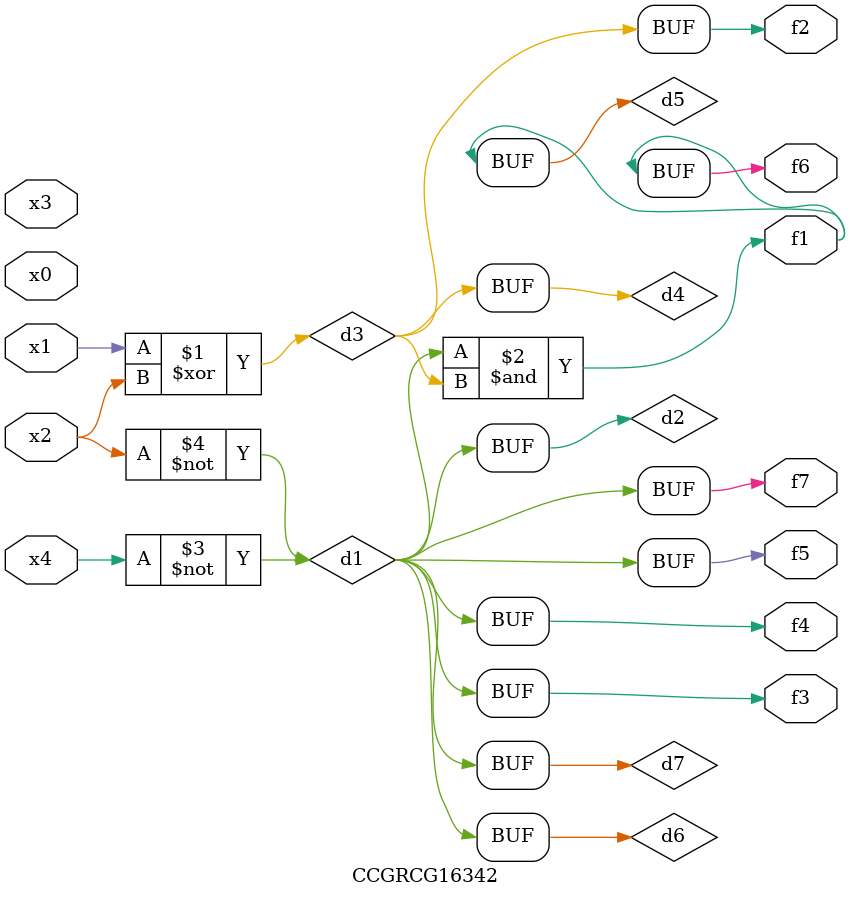
<source format=v>
module CCGRCG16342(
	input x0, x1, x2, x3, x4,
	output f1, f2, f3, f4, f5, f6, f7
);

	wire d1, d2, d3, d4, d5, d6, d7;

	not (d1, x4);
	not (d2, x2);
	xor (d3, x1, x2);
	buf (d4, d3);
	and (d5, d1, d3);
	buf (d6, d1, d2);
	buf (d7, d2);
	assign f1 = d5;
	assign f2 = d4;
	assign f3 = d7;
	assign f4 = d7;
	assign f5 = d7;
	assign f6 = d5;
	assign f7 = d7;
endmodule

</source>
